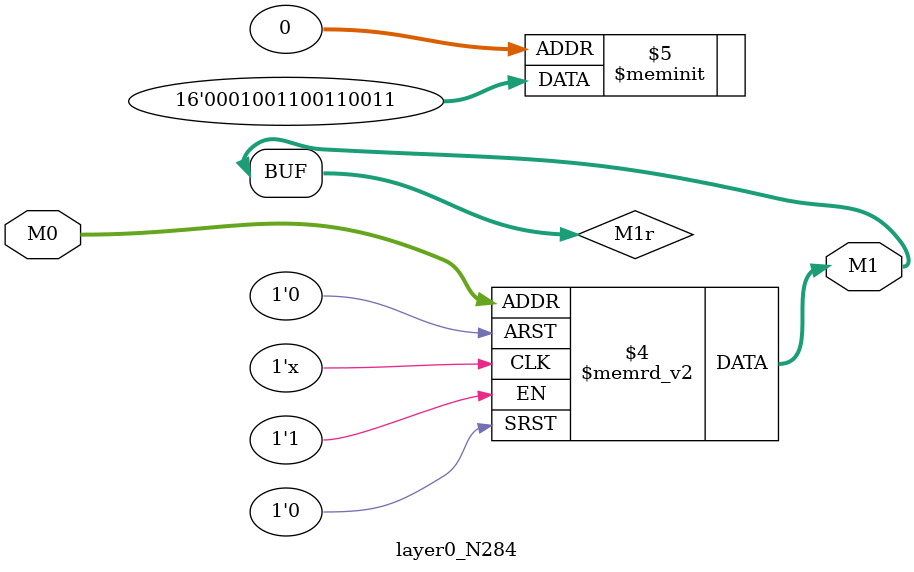
<source format=v>
module layer0_N284 ( input [2:0] M0, output [1:0] M1 );

	(*rom_style = "distributed" *) reg [1:0] M1r;
	assign M1 = M1r;
	always @ (M0) begin
		case (M0)
			3'b000: M1r = 2'b11;
			3'b100: M1r = 2'b11;
			3'b010: M1r = 2'b11;
			3'b110: M1r = 2'b01;
			3'b001: M1r = 2'b00;
			3'b101: M1r = 2'b00;
			3'b011: M1r = 2'b00;
			3'b111: M1r = 2'b00;

		endcase
	end
endmodule

</source>
